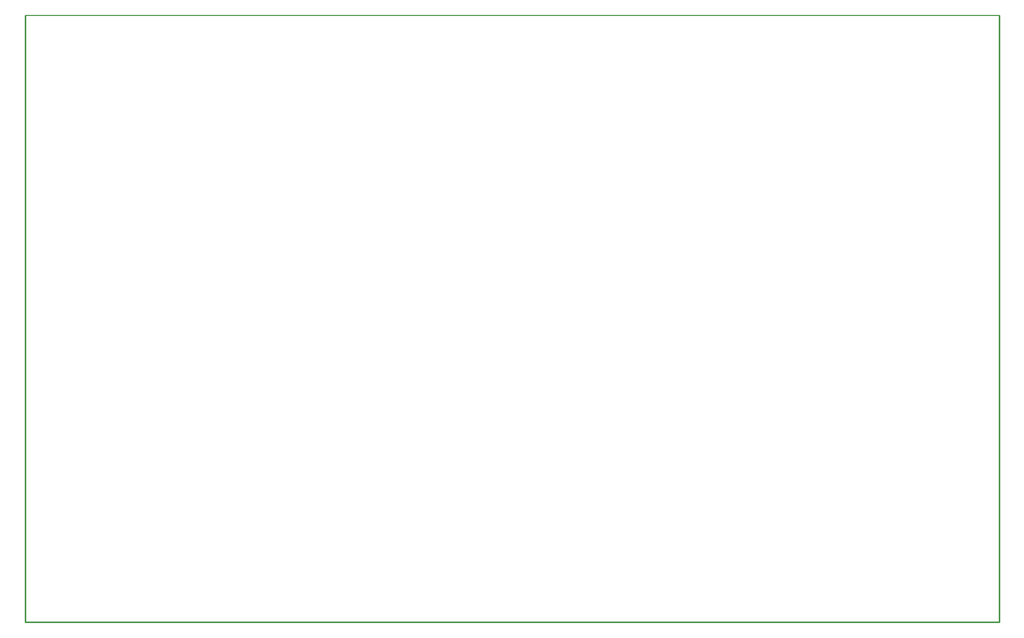
<source format=gko>
G04 start of page 4 for group 2 idx 2 *
G04 Title: 31.003.00.01.01.pcb, outline *
G04 Creator: pcb 4.2.2 *
G04 CreationDate: Sun Jan  3 11:16:11 2021 UTC *
G04 For: bert *
G04 Format: Gerber/RS-274X *
G04 PCB-Dimensions (mil): 7874.02 5511.81 *
G04 PCB-Coordinate-Origin: lower left *
%MOIN*%
%FSLAX25Y25*%
%LNGKO*%
%ADD50C,0.0080*%
%ADD49C,0.0100*%
G54D49*X0Y158681D02*Y551181D01*
G54D50*X630000D02*X0D01*
G54D49*X630000Y158681D02*Y551181D01*
Y158681D02*X0D01*
M02*

</source>
